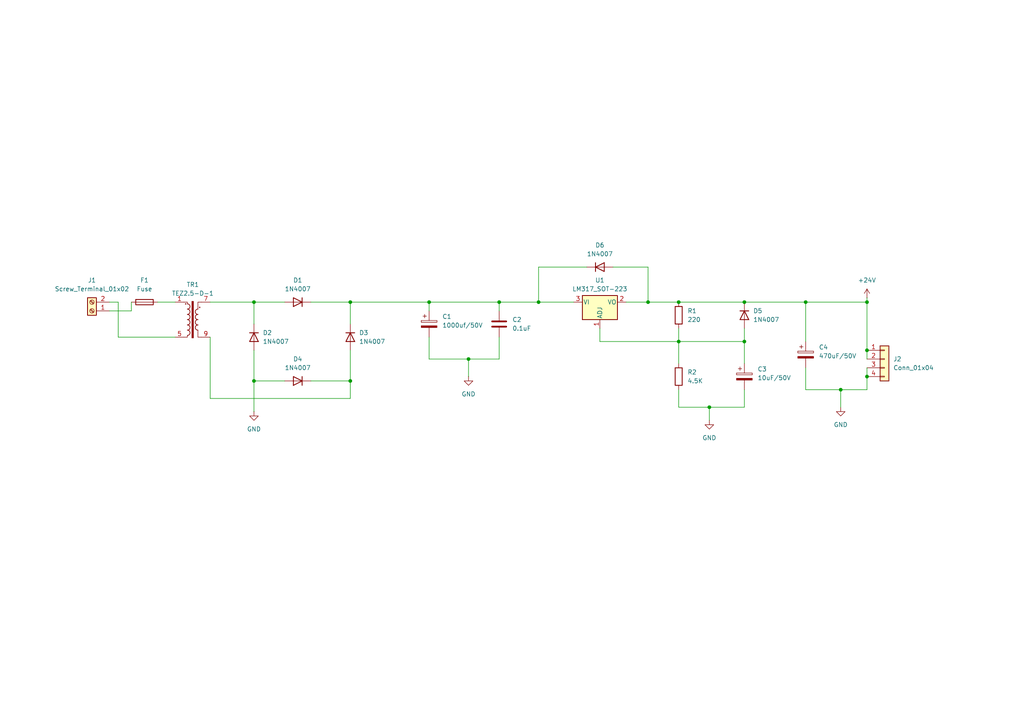
<source format=kicad_sch>
(kicad_sch (version 20250114) (generator "eeschema") (generator_version "9.0")
  (paper "A4")
  (lib_symbols
    (symbol "Connector:Screw_Terminal_01x02" (pin_names (offset 1.016) (hide yes))
      (property "Reference" "J" (at 0 2.54 0))
      (property "Value" "Screw_Terminal_01x02" (at 0 -5.08 0))
      (symbol "Screw_Terminal_01x02_1_1"
        (rectangle (start -1.27 1.27) (end 1.27 -3.81) (stroke (width 0.254)) (fill (type background)))
        (polyline (pts (xy -0.5334 0.3302) (xy 0.3302 -0.508)) (stroke (width 0.1524)))
        (polyline (pts (xy -0.5334 -2.2098) (xy 0.3302 -3.048)) (stroke (width 0.1524)))
        (polyline (pts (xy -0.3556 0.508) (xy 0.508 -0.3302)) (stroke (width 0.1524)))
        (polyline (pts (xy -0.3556 -2.032) (xy 0.508 -2.8702)) (stroke (width 0.1524)))
        (circle (center 0 0) (radius 0.635) (stroke (width 0.1524)))
        (circle (center 0 -2.54) (radius 0.635) (stroke (width 0.1524)))
        (pin passive line (at -5.08 0 0) (length 3.81) (name "Pin_1") (number "1"))
        (pin passive line (at -5.08 -2.54 0) (length 3.81) (name "Pin_2") (number "2"))
      )
    )
    (symbol "Connector_Generic:Conn_01x04" (pin_names (offset 1.016) (hide yes))
      (property "Reference" "J" (at 0 5.08 0))
      (property "Value" "Conn_01x04" (at 0 -7.62 0))
      (symbol "Conn_01x04_1_1"
        (rectangle (start -1.27 3.81) (end 1.27 -6.35) (stroke (width 0.254)) (fill (type background)))
        (rectangle (start -1.27 2.667) (end 0 2.413) (stroke (width 0.1524)))
        (rectangle (start -1.27 0.127) (end 0 -0.127) (stroke (width 0.1524)))
        (rectangle (start -1.27 -2.413) (end 0 -2.667) (stroke (width 0.1524)))
        (rectangle (start -1.27 -4.953) (end 0 -5.207) (stroke (width 0.1524)))
        (pin passive line (at -5.08 2.54 0) (length 3.81) (name "Pin_1") (number "1"))
        (pin passive line (at -5.08 0 0) (length 3.81) (name "Pin_2") (number "2"))
        (pin passive line (at -5.08 -2.54 0) (length 3.81) (name "Pin_3") (number "3"))
        (pin passive line (at -5.08 -5.08 0) (length 3.81) (name "Pin_4") (number "4"))
      )
    )
    (symbol "Device:C" (pin_numbers (hide yes)) (pin_names (offset 0.254))
      (property "Reference" "C" (at 0.635 2.54 0))
      (property "Value" "C" (at 0.635 -2.54 0))
      (symbol "C_0_1"
        (polyline (pts (xy -2.032 0.762) (xy 2.032 0.762)) (stroke (width 0.508)))
        (polyline (pts (xy -2.032 -0.762) (xy 2.032 -0.762)) (stroke (width 0.508)))
      )
      (symbol "C_1_1"
        (pin passive line (at 0 3.81 270) (length 2.794) (name "~") (number "1"))
        (pin passive line (at 0 -3.81 90) (length 2.794) (name "~") (number "2"))
      )
    )
    (symbol "Device:C_Polarized" (pin_numbers (hide yes)) (pin_names (offset 0.254))
      (property "Reference" "C" (at 0.635 2.54 0))
      (property "Value" "C_Polarized" (at 0.635 -2.54 0))
      (symbol "C_Polarized_0_1"
        (rectangle (start -2.286 0.508) (end 2.286 1.016))
        (polyline (pts (xy -1.778 2.286) (xy -0.762 2.286)))
        (polyline (pts (xy -1.27 2.794) (xy -1.27 1.778)))
        (rectangle (start 2.286 -0.508) (end -2.286 -1.016) (fill (type outline)))
      )
      (symbol "C_Polarized_1_1"
        (pin passive line (at 0 3.81 270) (length 2.794) (name "~") (number "1"))
        (pin passive line (at 0 -3.81 90) (length 2.794) (name "~") (number "2"))
      )
    )
    (symbol "Device:Fuse" (pin_numbers (hide yes)) (pin_names (offset 0))
      (property "Reference" "F" (at 2.032 0 90))
      (property "Value" "Fuse" (at -1.905 0 90))
      (symbol "Fuse_0_1"
        (rectangle (start -0.762 -2.54) (end 0.762 2.54) (stroke (width 0.254)))
        (polyline (pts (xy 0 2.54) (xy 0 -2.54)))
      )
      (symbol "Fuse_1_1"
        (pin passive line (at 0 3.81 270) (length 1.27) (name "~") (number "1"))
        (pin passive line (at 0 -3.81 90) (length 1.27) (name "~") (number "2"))
      )
    )
    (symbol "Device:R" (pin_numbers (hide yes)) (pin_names (offset 0))
      (property "Reference" "R" (at 2.032 0 90))
      (property "Value" "R" (at 0 0 90))
      (symbol "R_0_1"
        (rectangle (start -1.016 -2.54) (end 1.016 2.54) (stroke (width 0.254)))
      )
      (symbol "R_1_1"
        (pin passive line (at 0 3.81 270) (length 1.27) (name "~") (number "1"))
        (pin passive line (at 0 -3.81 90) (length 1.27) (name "~") (number "2"))
      )
    )
    (symbol "Diode:1N4007" (pin_numbers (hide yes)) (pin_names (hide yes))
      (property "Reference" "D" (at 0 2.54 0))
      (property "Value" "1N4007" (at 0 -2.54 0))
      (symbol "1N4007_0_1"
        (polyline (pts (xy -1.27 1.27) (xy -1.27 -1.27)) (stroke (width 0.254)))
        (polyline (pts (xy 1.27 1.27) (xy 1.27 -1.27) (xy -1.27 0) (xy 1.27 1.27)) (stroke (width 0.254)))
        (polyline (pts (xy 1.27 0) (xy -1.27 0)))
      )
      (symbol "1N4007_1_1"
        (pin passive line (at -3.81 0 0) (length 2.54) (name "K") (number "1"))
        (pin passive line (at 3.81 0 180) (length 2.54) (name "A") (number "2"))
      )
    )
    (symbol "Regulator_Linear:LM317_SOT-223" (pin_names (offset 0.254))
      (property "Reference" "U" (at -3.81 3.175 0))
      (property "Value" "LM317_SOT-223" (at 0 3.175 0))
      (symbol "LM317_SOT-223_0_1"
        (rectangle (start -5.08 1.905) (end 5.08 -5.08) (stroke (width 0.254)) (fill (type background)))
      )
      (symbol "LM317_SOT-223_1_1"
        (pin power_in line (at -7.62 0 0) (length 2.54) (name "VI") (number "3"))
        (pin input line (at 0 -7.62 90) (length 2.54) (name "ADJ") (number "1"))
        (pin power_out line (at 7.62 0 180) (length 2.54) (name "VO") (number "2"))
      )
    )
    (symbol "Transformer:TEZ2.5-D-1" (pin_names (offset 0.0254))
      (property "Reference" "TR" (at 0 6.35 0))
      (property "Value" "TEZ2.5-D-1" (at 0 -6.35 0))
      (symbol "TEZ2.5-D-1_0_1"
        (circle (center -2.032 4.572) (radius 0.127))
        (arc (start -1.524 4.572) (mid -0.7653 3.81) (end -1.524 3.048) (stroke (width 0.2032)))
        (arc (start -1.524 3.048) (mid -0.7653 2.286) (end -1.524 1.524) (stroke (width 0.2032)))
        (arc (start -1.524 1.524) (mid -0.7653 0.762) (end -1.524 0) (stroke (width 0.2032)))
        (arc (start -1.524 0) (mid -0.7653 -0.762) (end -1.524 -1.524) (stroke (width 0.2032)))
        (arc (start -1.524 -1.524) (mid -0.7653 -2.286) (end -1.524 -3.048) (stroke (width 0.2032)))
        (arc (start -1.524 -3.048) (mid -0.7653 -3.81) (end -1.524 -4.572) (stroke (width 0.2032)))
        (polyline (pts (xy -1.524 4.572) (xy -1.524 5.08) (xy -2.54 5.08)))
        (polyline (pts (xy -1.524 -4.572) (xy -1.524 -5.08) (xy -2.54 -5.08)))
        (rectangle (start -0.254 5.334) (end 0.254 -5.334) (stroke (width 0.0254)) (fill (type outline)))
        (polyline (pts (xy 1.524 3.048) (xy 1.524 5.08) (xy 2.54 5.08)) (stroke (width 0.1524)))
        (arc (start 1.524 1.524) (mid 0.7653 2.286) (end 1.524 3.048) (stroke (width 0.2032)))
        (arc (start 1.524 0) (mid 0.7653 0.762) (end 1.524 1.524) (stroke (width 0.2032)))
        (arc (start 1.524 -1.524) (mid 0.7653 -0.762) (end 1.524 0) (stroke (width 0.2032)))
        (arc (start 1.524 -3.048) (mid 0.7653 -2.286) (end 1.524 -1.524) (stroke (width 0.2032)))
        (circle (center 2.032 3.556) (radius 0.127))
        (polyline (pts (xy 2.54 -5.08) (xy 1.524 -5.08) (xy 1.524 -3.048)) (stroke (width 0.1524)))
      )
      (symbol "TEZ2.5-D-1_1_1"
        (pin passive line (at -5.08 5.08 0) (length 2.54) (name "~") (number "1"))
        (pin passive line (at -5.08 -5.08 0) (length 2.54) (name "~") (number "5"))
        (pin passive line (at 5.08 5.08 180) (length 2.54) (name "~") (number "7"))
        (pin passive line (at 5.08 -5.08 180) (length 2.54) (name "~") (number "9"))
      )
    )
    (symbol "power:+24V" (power) (pin_numbers (hide yes)) (pin_names (offset 0) (hide yes))
      (property "Value" "+24V" (at 0 3.556 0))
      (symbol "+24V_0_1"
        (polyline (pts (xy -0.762 1.27) (xy 0 2.54)))
        (polyline (pts (xy 0 2.54) (xy 0.762 1.27)))
        (polyline (pts (xy 0 0) (xy 0 2.54)))
      )
      (symbol "+24V_1_1"
        (pin power_in line (at 0 0 90) (length 0) (name "~") (number "1"))
      )
    )
    (symbol "power:GND" (power) (pin_numbers (hide yes)) (pin_names (offset 0) (hide yes))
      (property "Value" "GND" (at 0 -3.81 0))
      (symbol "GND_0_1"
        (polyline (pts (xy 0 0) (xy 0 -1.27) (xy 1.27 -1.27) (xy 0 -2.54) (xy -1.27 -1.27) (xy 0 -1.27)))
      )
      (symbol "GND_1_1"
        (pin power_in line (at 0 0 270) (length 0) (name "~") (number "1"))
      )
    )
  )
  (junction (at 156.21 87.63))
  (junction (at 251.46 101.6))
  (junction (at 144.78 87.63))
  (junction (at 243.84 113.03))
  (junction (at 215.9 87.63))
  (junction (at 135.89 104.14))
  (junction (at 215.9 99.06))
  (junction (at 196.85 87.63))
  (junction (at 233.68 87.63))
  (junction (at 124.46 87.63))
  (junction (at 101.6 110.49))
  (junction (at 205.74 118.11))
  (junction (at 73.66 110.49))
  (junction (at 251.46 109.22))
  (junction (at 187.96 87.63))
  (junction (at 196.85 99.06))
  (junction (at 251.46 87.63))
  (junction (at 73.66 87.63))
  (junction (at 101.6 87.63))
  (wire (pts (xy 101.6 87.63) (xy 124.46 87.63)))
  (wire (pts (xy 233.68 106.68) (xy 233.68 113.03)))
  (wire (pts (xy 82.55 110.49) (xy 73.66 110.49)))
  (wire (pts (xy 243.84 113.03) (xy 251.46 113.03)))
  (wire (pts (xy 101.6 101.6) (xy 101.6 110.49)))
  (wire (pts (xy 73.66 87.63) (xy 82.55 87.63)))
  (wire (pts (xy 173.99 95.25) (xy 173.99 99.06)))
  (wire (pts (xy 215.9 105.41) (xy 215.9 99.06)))
  (wire (pts (xy 34.29 97.79) (xy 50.8 97.79)))
  (wire (pts (xy 101.6 87.63) (xy 101.6 93.98)))
  (wire (pts (xy 181.61 87.63) (xy 187.96 87.63)))
  (wire (pts (xy 251.46 101.6) (xy 251.46 104.14)))
  (wire (pts (xy 196.85 118.11) (xy 205.74 118.11)))
  (wire (pts (xy 31.75 90.17) (xy 38.1 90.17)))
  (wire (pts (xy 196.85 95.25) (xy 196.85 99.06)))
  (wire (pts (xy 144.78 87.63) (xy 156.21 87.63)))
  (wire (pts (xy 215.9 87.63) (xy 233.68 87.63)))
  (wire (pts (xy 196.85 113.03) (xy 196.85 118.11)))
  (wire (pts (xy 187.96 87.63) (xy 196.85 87.63)))
  (wire (pts (xy 156.21 77.47) (xy 156.21 87.63)))
  (wire (pts (xy 170.18 77.47) (xy 156.21 77.47)))
  (wire (pts (xy 38.1 90.17) (xy 38.1 87.63)))
  (wire (pts (xy 196.85 87.63) (xy 215.9 87.63)))
  (wire (pts (xy 34.29 87.63) (xy 34.29 97.79)))
  (wire (pts (xy 60.96 87.63) (xy 73.66 87.63)))
  (wire (pts (xy 215.9 118.11) (xy 215.9 113.03)))
  (wire (pts (xy 124.46 104.14) (xy 135.89 104.14)))
  (wire (pts (xy 196.85 99.06) (xy 215.9 99.06)))
  (wire (pts (xy 144.78 104.14) (xy 144.78 97.79)))
  (wire (pts (xy 31.75 87.63) (xy 34.29 87.63)))
  (wire (pts (xy 73.66 87.63) (xy 73.66 93.98)))
  (wire (pts (xy 205.74 118.11) (xy 215.9 118.11)))
  (wire (pts (xy 243.84 113.03) (xy 243.84 118.11)))
  (wire (pts (xy 124.46 87.63) (xy 124.46 90.17)))
  (wire (pts (xy 60.96 97.79) (xy 60.96 115.57)))
  (wire (pts (xy 205.74 118.11) (xy 205.74 121.92)))
  (wire (pts (xy 156.21 87.63) (xy 166.37 87.63)))
  (wire (pts (xy 90.17 87.63) (xy 101.6 87.63)))
  (wire (pts (xy 135.89 104.14) (xy 135.89 109.22)))
  (wire (pts (xy 251.46 113.03) (xy 251.46 109.22)))
  (wire (pts (xy 251.46 106.68) (xy 251.46 109.22)))
  (wire (pts (xy 135.89 104.14) (xy 144.78 104.14)))
  (wire (pts (xy 251.46 87.63) (xy 251.46 101.6)))
  (wire (pts (xy 215.9 99.06) (xy 215.9 95.25)))
  (wire (pts (xy 233.68 113.03) (xy 243.84 113.03)))
  (wire (pts (xy 187.96 77.47) (xy 187.96 87.63)))
  (wire (pts (xy 177.8 77.47) (xy 187.96 77.47)))
  (wire (pts (xy 45.72 87.63) (xy 50.8 87.63)))
  (wire (pts (xy 124.46 97.79) (xy 124.46 104.14)))
  (wire (pts (xy 73.66 110.49) (xy 73.66 119.38)))
  (wire (pts (xy 251.46 86.36) (xy 251.46 87.63)))
  (wire (pts (xy 173.99 99.06) (xy 196.85 99.06)))
  (wire (pts (xy 233.68 87.63) (xy 251.46 87.63)))
  (wire (pts (xy 60.96 115.57) (xy 101.6 115.57)))
  (wire (pts (xy 101.6 115.57) (xy 101.6 110.49)))
  (wire (pts (xy 196.85 99.06) (xy 196.85 105.41)))
  (wire (pts (xy 233.68 99.06) (xy 233.68 87.63)))
  (wire (pts (xy 73.66 110.49) (xy 73.66 101.6)))
  (wire (pts (xy 124.46 87.63) (xy 144.78 87.63)))
  (wire (pts (xy 101.6 110.49) (xy 90.17 110.49)))
  (wire (pts (xy 144.78 87.63) (xy 144.78 90.17)))
  (symbol (lib_id "Diode:1N4007") (at 86.36 110.49 180) (unit 1)
    (property "Reference" "D4" (at 86.36 104.14 0))
    (property "Value" "1N4007" (at 86.36 106.68 0))
    (property "Footprint" "Diode_THT:D_DO-41_SOD81_P10.16mm_Horizontal" (effects (hide yes)))
    (property "Datasheet" "http://www.vishay.com/docs/88503/1n4001.pdf" (effects (hide yes)))
    (property "Description" "1000V 1A General Purpose Rectifier Diode, DO-41" (effects (hide yes)))
    (property "Sim.Device" "D" (effects (hide yes)))
    (property "Sim.Pins" "1=K 2=A" (effects (hide yes)))
  )
  (symbol (lib_id "Device:C_Polarized") (at 233.68 102.87 0) (unit 1)
    (property "Reference" "C4" (at 237.49 100.7109 0) (effects (justify left)))
    (property "Value" "470uF/50V" (at 237.49 103.2509 0) (effects (justify left)))
    (property "Footprint" "Capacitor_THT:CP_Radial_D12.5mm_P7.50mm" (effects (hide yes)))
    (property "Description" "Polarized capacitor" (effects (hide yes)))
  )
  (symbol (lib_id "Device:R") (at 196.85 91.44 0) (unit 1)
    (property "Reference" "R1" (at 199.39 90.1699 0) (effects (justify left)))
    (property "Value" "220" (at 199.39 92.7099 0) (effects (justify left)))
    (property "Footprint" "Resistor_THT:R_Axial_DIN0207_L6.3mm_D2.5mm_P10.16mm_Horizontal" (effects (hide yes)))
    (property "Description" "Resistor" (effects (hide yes)))
  )
  (symbol (lib_id "Connector_Generic:Conn_01x04") (at 256.54 104.14 0) (unit 1)
    (property "Reference" "J2" (at 259.08 104.1399 0) (effects (justify left)))
    (property "Value" "Conn_01x04" (at 259.08 106.6799 0) (effects (justify left)))
    (property "Footprint" "Connector_Phoenix_GMSTB:PhoenixContact_GMSTBA_2,5_4-G_1x04_P7.50mm_Horizontal" (effects (hide yes)))
    (property "Description" "Generic connector, single row, 01x04, script generated (kicad-library-utils/schlib/autogen/connector/)" (effects (hide yes)))
  )
  (symbol (lib_id "power:GND") (at 135.89 109.22 0) (unit 1)
    (property "Reference" "#PWR04" (effects (hide yes)))
    (property "Value" "GND" (at 135.89 114.3 0))
    (property "Description" "Power symbol creates a global label with name \"GND\" , ground" (effects (hide yes)))
  )
  (symbol (lib_id "Transformer:TEZ2.5-D-1") (at 55.88 92.71 0) (unit 1)
    (property "Reference" "TR1" (at 55.9181 82.55 0))
    (property "Value" "TEZ2.5-D-1" (at 55.9181 85.09 0))
    (property "Footprint" "Transformer_THT:Transformer_Breve_TEZ-28x33" (effects (hide yes)))
    (property "Datasheet" "http://www.breve.pl/pdf/ANG/TEZ_ang.pdf" (effects (hide yes)))
    (property "Description" "TEZ2.5/D/x, 2.5VA, Single Secondary, Cast Resin Transformer, PCB" (effects (hide yes)))
  )
  (symbol (lib_id "Device:R") (at 196.85 109.22 0) (unit 1)
    (property "Reference" "R2" (at 199.39 107.9499 0) (effects (justify left)))
    (property "Value" "4.5K" (at 199.39 110.4899 0) (effects (justify left)))
    (property "Footprint" "Resistor_THT:R_Axial_DIN0207_L6.3mm_D2.5mm_P10.16mm_Horizontal" (effects (hide yes)))
    (property "Description" "Resistor" (effects (hide yes)))
  )
  (symbol (lib_id "power:GND") (at 243.84 118.11 0) (unit 1)
    (property "Reference" "#PWR02" (effects (hide yes)))
    (property "Value" "GND" (at 243.84 123.19 0))
    (property "Description" "Power symbol creates a global label with name \"GND\" , ground" (effects (hide yes)))
  )
  (symbol (lib_id "power:GND") (at 205.74 121.92 0) (unit 1)
    (property "Reference" "#PWR03" (effects (hide yes)))
    (property "Value" "GND" (at 205.74 127 0))
    (property "Description" "Power symbol creates a global label with name \"GND\" , ground" (effects (hide yes)))
  )
  (symbol (lib_id "Device:C_Polarized") (at 124.46 93.98 0) (unit 1)
    (property "Reference" "C1" (at 128.27 91.8209 0) (effects (justify left)))
    (property "Value" "1000uf/50V" (at 128.27 94.3609 0) (effects (justify left)))
    (property "Footprint" "Capacitor_THT:CP_Radial_D12.5mm_P7.50mm" (effects (hide yes)))
    (property "Description" "Polarized capacitor" (effects (hide yes)))
  )
  (symbol (lib_id "Diode:1N4007") (at 73.66 97.79 270) (unit 1)
    (property "Reference" "D2" (at 76.2 96.5199 90) (effects (justify left)))
    (property "Value" "1N4007" (at 76.2 99.0599 90) (effects (justify left)))
    (property "Footprint" "Diode_THT:D_DO-41_SOD81_P10.16mm_Horizontal" (effects (hide yes)))
    (property "Datasheet" "http://www.vishay.com/docs/88503/1n4001.pdf" (effects (hide yes)))
    (property "Description" "1000V 1A General Purpose Rectifier Diode, DO-41" (effects (hide yes)))
    (property "Sim.Device" "D" (effects (hide yes)))
    (property "Sim.Pins" "1=K 2=A" (effects (hide yes)))
  )
  (symbol (lib_id "power:GND") (at 73.66 119.38 0) (unit 1)
    (property "Reference" "#PWR05" (effects (hide yes)))
    (property "Value" "GND" (at 73.66 124.46 0))
    (property "Description" "Power symbol creates a global label with name \"GND\" , ground" (effects (hide yes)))
  )
  (symbol (lib_id "Diode:1N4007") (at 215.9 91.44 270) (unit 1)
    (property "Reference" "D5" (at 218.44 90.1699 90) (effects (justify left)))
    (property "Value" "1N4007" (at 218.44 92.7099 90) (effects (justify left)))
    (property "Footprint" "Diode_THT:D_DO-41_SOD81_P10.16mm_Horizontal" (effects (hide yes)))
    (property "Datasheet" "http://www.vishay.com/docs/88503/1n4001.pdf" (effects (hide yes)))
    (property "Description" "1000V 1A General Purpose Rectifier Diode, DO-41" (effects (hide yes)))
    (property "Sim.Device" "D" (effects (hide yes)))
    (property "Sim.Pins" "1=K 2=A" (effects (hide yes)))
  )
  (symbol (lib_id "Connector:Screw_Terminal_01x02") (at 26.67 90.17 180) (unit 1)
    (property "Reference" "J1" (at 26.67 81.28 0))
    (property "Value" "Screw_Terminal_01x02" (at 26.67 83.82 0))
    (property "Footprint" "TerminalBlock_Phoenix:TerminalBlock_Phoenix_MKDS-1,5-2_1x02_P5.00mm_Horizontal" (effects (hide yes)))
    (property "Description" "Generic screw terminal, single row, 01x02, script generated (kicad-library-utils/schlib/autogen/connector/)" (effects (hide yes)))
  )
  (symbol (lib_id "power:+24V") (at 251.46 86.36 0) (unit 1)
    (property "Reference" "#PWR01" (effects (hide yes)))
    (property "Value" "+24V" (at 251.46 81.28 0))
    (property "Description" "Power symbol creates a global label with name \"+24V\"" (effects (hide yes)))
  )
  (symbol (lib_id "Diode:1N4007") (at 173.99 77.47 0) (unit 1)
    (property "Reference" "D6" (at 173.99 71.12 0))
    (property "Value" "1N4007" (at 173.99 73.66 0))
    (property "Footprint" "Diode_THT:D_DO-41_SOD81_P10.16mm_Horizontal" (effects (hide yes)))
    (property "Datasheet" "http://www.vishay.com/docs/88503/1n4001.pdf" (effects (hide yes)))
    (property "Description" "1000V 1A General Purpose Rectifier Diode, DO-41" (effects (hide yes)))
    (property "Sim.Device" "D" (effects (hide yes)))
    (property "Sim.Pins" "1=K 2=A" (effects (hide yes)))
  )
  (symbol (lib_id "Diode:1N4007") (at 86.36 87.63 180) (unit 1)
    (property "Reference" "D1" (at 86.36 81.28 0))
    (property "Value" "1N4007" (at 86.36 83.82 0))
    (property "Footprint" "Diode_THT:D_DO-41_SOD81_P10.16mm_Horizontal" (effects (hide yes)))
    (property "Datasheet" "http://www.vishay.com/docs/88503/1n4001.pdf" (effects (hide yes)))
    (property "Description" "1000V 1A General Purpose Rectifier Diode, DO-41" (effects (hide yes)))
    (property "Sim.Device" "D" (effects (hide yes)))
    (property "Sim.Pins" "1=K 2=A" (effects (hide yes)))
  )
  (symbol (lib_id "Device:C_Polarized") (at 215.9 109.22 0) (unit 1)
    (property "Reference" "C3" (at 219.71 107.0609 0) (effects (justify left)))
    (property "Value" "10uF/50V" (at 219.71 109.6009 0) (effects (justify left)))
    (property "Footprint" "Capacitor_THT:CP_Radial_D12.5mm_P7.50mm" (effects (hide yes)))
    (property "Description" "Polarized capacitor" (effects (hide yes)))
  )
  (symbol (lib_id "Diode:1N4007") (at 101.6 97.79 270) (unit 1)
    (property "Reference" "D3" (at 104.14 96.5199 90) (effects (justify left)))
    (property "Value" "1N4007" (at 104.14 99.0599 90) (effects (justify left)))
    (property "Footprint" "Diode_THT:D_DO-41_SOD81_P10.16mm_Horizontal" (effects (hide yes)))
    (property "Datasheet" "http://www.vishay.com/docs/88503/1n4001.pdf" (effects (hide yes)))
    (property "Description" "1000V 1A General Purpose Rectifier Diode, DO-41" (effects (hide yes)))
    (property "Sim.Device" "D" (effects (hide yes)))
    (property "Sim.Pins" "1=K 2=A" (effects (hide yes)))
  )
  (symbol (lib_id "Device:Fuse") (at 41.91 87.63 90) (unit 1)
    (property "Reference" "F1" (at 41.91 81.28 90))
    (property "Value" "Fuse" (at 41.91 83.82 90))
    (property "Footprint" "Fuse:Fuse_Bourns_MF-RHT550" (effects (hide yes)))
    (property "Description" "Fuse" (effects (hide yes)))
  )
  (symbol (lib_id "Regulator_Linear:LM317_SOT-223") (at 173.99 87.63 0) (unit 1)
    (property "Reference" "U1" (at 173.99 81.28 0))
    (property "Value" "LM317_SOT-223" (at 173.99 83.82 0))
    (property "Footprint" "Package_TO_SOT_SMD:SOT-223-3_TabPin2" (effects (hide yes)))
    (property "Datasheet" "http://www.ti.com/lit/ds/symlink/lm317.pdf" (effects (hide yes)))
    (property "Description" "1.5A 35V Adjustable Linear Regulator, SOT-223" (effects (hide yes)))
  )
  (symbol (lib_id "Device:C") (at 144.78 93.98 0) (unit 1)
    (property "Reference" "C2" (at 148.59 92.7099 0) (effects (justify left)))
    (property "Value" "0.1uF" (at 148.59 95.2499 0) (effects (justify left)))
    (property "Footprint" "Capacitor_SMD:C_0402_1005Metric" (effects (hide yes)))
    (property "Description" "Unpolarized capacitor" (effects (hide yes)))
  )
)
</source>
